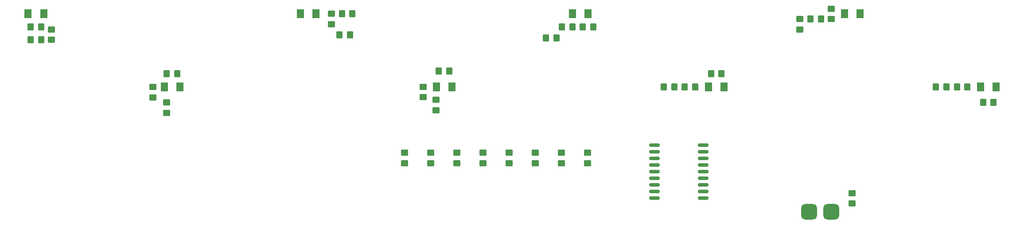
<source format=gbr>
%TF.GenerationSoftware,KiCad,Pcbnew,7.0.9*%
%TF.CreationDate,2024-06-20T14:31:36+03:00*%
%TF.ProjectId,_____ ____ __________,1f3b3042-3020-4443-9e42-3e2041323542,rev?*%
%TF.SameCoordinates,Original*%
%TF.FileFunction,Paste,Top*%
%TF.FilePolarity,Positive*%
%FSLAX46Y46*%
G04 Gerber Fmt 4.6, Leading zero omitted, Abs format (unit mm)*
G04 Created by KiCad (PCBNEW 7.0.9) date 2024-06-20 14:31:36*
%MOMM*%
%LPD*%
G01*
G04 APERTURE LIST*
G04 Aperture macros list*
%AMRoundRect*
0 Rectangle with rounded corners*
0 $1 Rounding radius*
0 $2 $3 $4 $5 $6 $7 $8 $9 X,Y pos of 4 corners*
0 Add a 4 corners polygon primitive as box body*
4,1,4,$2,$3,$4,$5,$6,$7,$8,$9,$2,$3,0*
0 Add four circle primitives for the rounded corners*
1,1,$1+$1,$2,$3*
1,1,$1+$1,$4,$5*
1,1,$1+$1,$6,$7*
1,1,$1+$1,$8,$9*
0 Add four rect primitives between the rounded corners*
20,1,$1+$1,$2,$3,$4,$5,0*
20,1,$1+$1,$4,$5,$6,$7,0*
20,1,$1+$1,$6,$7,$8,$9,0*
20,1,$1+$1,$8,$9,$2,$3,0*%
G04 Aperture macros list end*
%ADD10RoundRect,0.250000X0.450000X-0.350000X0.450000X0.350000X-0.450000X0.350000X-0.450000X-0.350000X0*%
%ADD11RoundRect,0.250001X-0.462499X-0.624999X0.462499X-0.624999X0.462499X0.624999X-0.462499X0.624999X0*%
%ADD12RoundRect,0.250001X0.462499X0.624999X-0.462499X0.624999X-0.462499X-0.624999X0.462499X-0.624999X0*%
%ADD13RoundRect,0.250000X-0.450000X0.350000X-0.450000X-0.350000X0.450000X-0.350000X0.450000X0.350000X0*%
%ADD14RoundRect,0.250000X-0.350000X-0.450000X0.350000X-0.450000X0.350000X0.450000X-0.350000X0.450000X0*%
%ADD15RoundRect,0.250000X0.350000X0.450000X-0.350000X0.450000X-0.350000X-0.450000X0.350000X-0.450000X0*%
%ADD16RoundRect,0.150000X0.875000X0.150000X-0.875000X0.150000X-0.875000X-0.150000X0.875000X-0.150000X0*%
%ADD17RoundRect,0.750000X0.750000X0.750000X-0.750000X0.750000X-0.750000X-0.750000X0.750000X-0.750000X0*%
G04 APERTURE END LIST*
D10*
%TO.C,C30*%
X138420000Y-82657500D03*
X138420000Y-80657500D03*
%TD*%
D11*
%TO.C,Q7*%
X187525000Y-54000000D03*
X190500000Y-54000000D03*
%TD*%
D12*
%TO.C,Q3*%
X86500000Y-54000000D03*
X83525000Y-54000000D03*
%TD*%
D10*
%TO.C,C32*%
X123420000Y-82657500D03*
X123420000Y-80657500D03*
%TD*%
%TO.C,C29*%
X128420000Y-82657500D03*
X128420000Y-80657500D03*
%TD*%
D13*
%TO.C,C26*%
X179000000Y-55000000D03*
X179000000Y-57000000D03*
%TD*%
D14*
%TO.C,C7*%
X137500000Y-56500000D03*
X139500000Y-56500000D03*
%TD*%
D10*
%TO.C,C34*%
X103420000Y-82657500D03*
X103420000Y-80657500D03*
%TD*%
D14*
%TO.C,R15*%
X181000000Y-55000000D03*
X183000000Y-55000000D03*
%TD*%
%TO.C,C1*%
X32000000Y-56500000D03*
X34000000Y-56500000D03*
%TD*%
D15*
%TO.C,C24*%
X132500000Y-58600000D03*
X130500000Y-58600000D03*
%TD*%
D10*
%TO.C,R12*%
X107000000Y-70000000D03*
X107000000Y-68000000D03*
%TD*%
D14*
%TO.C,C22*%
X91000000Y-58000000D03*
X93000000Y-58000000D03*
%TD*%
D15*
%TO.C,C20*%
X207000000Y-68000000D03*
X205000000Y-68000000D03*
%TD*%
D14*
%TO.C,C4*%
X58000000Y-65500000D03*
X60000000Y-65500000D03*
%TD*%
D15*
%TO.C,R9*%
X34000000Y-59000000D03*
X32000000Y-59000000D03*
%TD*%
D10*
%TO.C,C28*%
X118420000Y-82657500D03*
X118420000Y-80657500D03*
%TD*%
%TO.C,R10*%
X55375000Y-70025000D03*
X55375000Y-68025000D03*
%TD*%
%TO.C,C27*%
X108420000Y-82657500D03*
X108420000Y-80657500D03*
%TD*%
D11*
%TO.C,Q4*%
X109512500Y-68000000D03*
X112487500Y-68000000D03*
%TD*%
%TO.C,Q8*%
X213525000Y-68000000D03*
X216500000Y-68000000D03*
%TD*%
D10*
%TO.C,C2*%
X189000000Y-90400000D03*
X189000000Y-88400000D03*
%TD*%
%TO.C,C31*%
X133420000Y-82657500D03*
X133420000Y-80657500D03*
%TD*%
D15*
%TO.C,C23*%
X155000000Y-68000000D03*
X153000000Y-68000000D03*
%TD*%
D14*
%TO.C,C8*%
X162000000Y-65500000D03*
X164000000Y-65500000D03*
%TD*%
D11*
%TO.C,Q5*%
X135525000Y-54000000D03*
X138500000Y-54000000D03*
%TD*%
D10*
%TO.C,C21*%
X36000000Y-59000000D03*
X36000000Y-57000000D03*
%TD*%
D14*
%TO.C,R14*%
X157000000Y-68000000D03*
X159000000Y-68000000D03*
%TD*%
%TO.C,C5*%
X91500000Y-54000000D03*
X93500000Y-54000000D03*
%TD*%
%TO.C,C10*%
X214000000Y-71000000D03*
X216000000Y-71000000D03*
%TD*%
%TO.C,C6*%
X110000000Y-65000000D03*
X112000000Y-65000000D03*
%TD*%
D10*
%TO.C,R11*%
X89500000Y-56000000D03*
X89500000Y-54000000D03*
%TD*%
D11*
%TO.C,Q6*%
X161525000Y-68000000D03*
X164500000Y-68000000D03*
%TD*%
D16*
%TO.C,U1*%
X160500000Y-89390000D03*
X160500000Y-88120000D03*
X160500000Y-86850000D03*
X160500000Y-85580000D03*
X160500000Y-84310000D03*
X160500000Y-83040000D03*
X160500000Y-81770000D03*
X160500000Y-80500000D03*
X160500000Y-79230000D03*
X151200000Y-79230000D03*
X151200000Y-80500000D03*
X151200000Y-81770000D03*
X151200000Y-83040000D03*
X151200000Y-84310000D03*
X151200000Y-85580000D03*
X151200000Y-86850000D03*
X151200000Y-88120000D03*
X151200000Y-89390000D03*
%TD*%
D14*
%TO.C,R13*%
X133500000Y-56500000D03*
X135500000Y-56500000D03*
%TD*%
D11*
%TO.C,Q2*%
X57525000Y-68000000D03*
X60500000Y-68000000D03*
%TD*%
D10*
%TO.C,C9*%
X185000000Y-55000000D03*
X185000000Y-53000000D03*
%TD*%
D13*
%TO.C,C25*%
X109500000Y-70500000D03*
X109500000Y-72500000D03*
%TD*%
D14*
%TO.C,R16*%
X209000000Y-68000000D03*
X211000000Y-68000000D03*
%TD*%
D10*
%TO.C,C33*%
X113420000Y-82657500D03*
X113420000Y-80657500D03*
%TD*%
D17*
%TO.C,J1*%
X185000000Y-92000000D03*
X180725000Y-92000000D03*
%TD*%
D13*
%TO.C,C19*%
X58000000Y-71000000D03*
X58000000Y-73000000D03*
%TD*%
D11*
%TO.C,Q1*%
X31525000Y-54000000D03*
X34500000Y-54000000D03*
%TD*%
M02*

</source>
